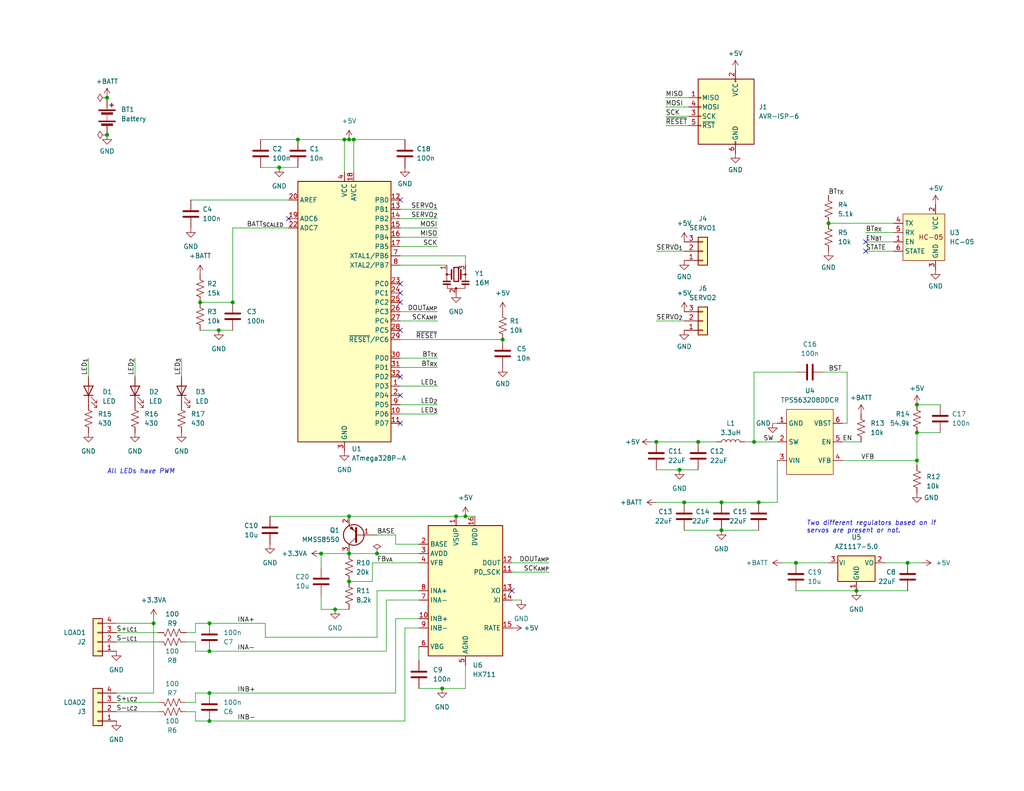
<source format=kicad_sch>
(kicad_sch (version 20250114) (generator "eeschema") (generator_version "9.0")
  (paper "USLetter")
  (title_block (title "Propellor Pitch Control") (date "2023-06-24") (rev "1") (company "HPVDT"))
  (lib_symbols
    (symbol "Analog_ADC:HX711"
      (property "Reference" "U" (at 5.08 21.59 0))
      (property "Value" "HX711" (at 7.62 19.05 0))
      (symbol "HX711_0_1"
        (rectangle (start -10.16 17.78) (end 10.16 -17.78) (stroke (width 0.254)) (fill (type background)))
      )
      (symbol "HX711_1_1"
        (pin passive line (at -12.7 12.7 0) (length 2.54) (name "BASE") (number "2"))
        (pin power_in line (at -12.7 10.16 0) (length 2.54) (name "AVDD") (number "3"))
        (pin input line (at -12.7 7.62 0) (length 2.54) (name "VFB") (number "4"))
        (pin input line (at -12.7 0 0) (length 2.54) (name "INA+") (number "8"))
        (pin input line (at -12.7 -2.54 0) (length 2.54) (name "INA-") (number "7"))
        (pin input line (at -12.7 -7.62 0) (length 2.54) (name "INB+") (number "10"))
        (pin input line (at -12.7 -10.16 0) (length 2.54) (name "INB-") (number "9"))
        (pin passive line (at -12.7 -15.24 0) (length 2.54) (name "VBG") (number "6"))
        (pin power_in line (at -2.54 20.32 270) (length 2.54) (name "VSUP") (number "1"))
        (pin power_in line (at 0 -20.32 90) (length 2.54) (name "AGND") (number "5"))
        (pin power_in line (at 2.54 20.32 270) (length 2.54) (name "DVDD") (number "16"))
        (pin output line (at 12.7 7.62 180) (length 2.54) (name "DOUT") (number "12"))
        (pin input line (at 12.7 5.08 180) (length 2.54) (name "PD_SCK") (number "11"))
        (pin passive line (at 12.7 0 180) (length 2.54) (name "XO") (number "13"))
        (pin passive line (at 12.7 -2.54 180) (length 2.54) (name "XI") (number "14"))
        (pin input line (at 12.7 -10.16 180) (length 2.54) (name "RATE") (number "15"))
      )
    )
    (symbol "Connector:AVR-ISP-6" (pin_names (offset 1.016))
      (property "Reference" "J" (at -6.35 11.43 0))
      (property "Value" "AVR-ISP-6" (at 0 11.43 0))
      (symbol "AVR-ISP-6_0_1"
        (rectangle (start -2.667 10.16) (end -2.413 9.398))
        (rectangle (start -2.667 -6.858) (end -2.413 -7.62))
        (rectangle (start 7.62 10.16) (end -7.62 -7.62) (stroke (width 0.254)) (fill (type background)))
        (rectangle (start 7.62 5.207) (end 6.858 4.953))
        (rectangle (start 7.62 2.667) (end 6.858 2.413))
        (rectangle (start 7.62 0.127) (end 6.858 -0.127))
        (rectangle (start 7.62 -2.413) (end 6.858 -2.667))
      )
      (symbol "AVR-ISP-6_1_1"
        (pin passive line (at -2.54 12.7 270) (length 2.54) (name "VCC") (number "2"))
        (pin passive line (at -2.54 -10.16 90) (length 2.54) (name "GND") (number "6"))
        (pin passive line (at 10.16 5.08 180) (length 2.54) (name "MISO") (number "1"))
        (pin passive line (at 10.16 2.54 180) (length 2.54) (name "MOSI") (number "4"))
        (pin passive line (at 10.16 0 180) (length 2.54) (name "SCK") (number "3"))
        (pin passive line (at 10.16 -2.54 180) (length 2.54) (name "~{RST}") (number "5"))
      )
    )
    (symbol "Connector_Generic:Conn_01x03" (pin_names (offset 1.016) (hide yes))
      (property "Reference" "J" (at 0 5.08 0))
      (property "Value" "Conn_01x03" (at 0 -5.08 0))
      (symbol "Conn_01x03_1_1"
        (rectangle (start -1.27 3.81) (end 1.27 -3.81) (stroke (width 0.254)) (fill (type background)))
        (rectangle (start -1.27 2.667) (end 0 2.413) (stroke (width 0.1524)))
        (rectangle (start -1.27 0.127) (end 0 -0.127) (stroke (width 0.1524)))
        (rectangle (start -1.27 -2.413) (end 0 -2.667) (stroke (width 0.1524)))
        (pin passive line (at -5.08 2.54 0) (length 3.81) (name "Pin_1") (number "1"))
        (pin passive line (at -5.08 0 0) (length 3.81) (name "Pin_2") (number "2"))
        (pin passive line (at -5.08 -2.54 0) (length 3.81) (name "Pin_3") (number "3"))
      )
    )
    (symbol "Connector_Generic:Conn_01x04" (pin_names (offset 1.016) (hide yes))
      (property "Reference" "J" (at 0 5.08 0))
      (property "Value" "Conn_01x04" (at 0 -7.62 0))
      (symbol "Conn_01x04_1_1"
        (rectangle (start -1.27 3.81) (end 1.27 -6.35) (stroke (width 0.254)) (fill (type background)))
        (rectangle (start -1.27 2.667) (end 0 2.413) (stroke (width 0.1524)))
        (rectangle (start -1.27 0.127) (end 0 -0.127) (stroke (width 0.1524)))
        (rectangle (start -1.27 -2.413) (end 0 -2.667) (stroke (width 0.1524)))
        (rectangle (start -1.27 -4.953) (end 0 -5.207) (stroke (width 0.1524)))
        (pin passive line (at -5.08 2.54 0) (length 3.81) (name "Pin_1") (number "1"))
        (pin passive line (at -5.08 0 0) (length 3.81) (name "Pin_2") (number "2"))
        (pin passive line (at -5.08 -2.54 0) (length 3.81) (name "Pin_3") (number "3"))
        (pin passive line (at -5.08 -5.08 0) (length 3.81) (name "Pin_4") (number "4"))
      )
    )
    (symbol "Device:Battery" (pin_numbers (hide yes)) (pin_names (offset 0) (hide yes))
      (property "Reference" "BT" (at 2.54 2.54 0))
      (property "Value" "Battery" (at 2.54 0 0))
      (symbol "Battery_0_1"
        (rectangle (start -2.286 1.778) (end 2.286 1.524) (fill (type outline)))
        (rectangle (start -2.286 -1.27) (end 2.286 -1.524) (fill (type outline)))
        (rectangle (start -1.524 1.016) (end 1.524 0.508) (fill (type outline)))
        (rectangle (start -1.524 -2.032) (end 1.524 -2.54) (fill (type outline)))
        (polyline (pts (xy 0 1.778) (xy 0 2.54)))
        (polyline (pts (xy 0 0) (xy 0 0.254)))
        (polyline (pts (xy 0 -0.508) (xy 0 -0.254)))
        (polyline (pts (xy 0 -1.016) (xy 0 -0.762)))
        (polyline (pts (xy 0.762 3.048) (xy 1.778 3.048)) (stroke (width 0.254)))
        (polyline (pts (xy 1.27 3.556) (xy 1.27 2.54)) (stroke (width 0.254)))
      )
      (symbol "Battery_1_1"
        (pin passive line (at 0 5.08 270) (length 2.54) (name "+") (number "1"))
        (pin passive line (at 0 -5.08 90) (length 2.54) (name "-") (number "2"))
      )
    )
    (symbol "Device:C" (pin_numbers (hide yes)) (pin_names (offset 0.254))
      (property "Reference" "C" (at 0.635 2.54 0))
      (property "Value" "C" (at 0.635 -2.54 0))
      (symbol "C_0_1"
        (polyline (pts (xy -2.032 0.762) (xy 2.032 0.762)) (stroke (width 0.508)))
        (polyline (pts (xy -2.032 -0.762) (xy 2.032 -0.762)) (stroke (width 0.508)))
      )
      (symbol "C_1_1"
        (pin passive line (at 0 3.81 270) (length 2.794) (name "~") (number "1"))
        (pin passive line (at 0 -3.81 90) (length 2.794) (name "~") (number "2"))
      )
    )
    (symbol "Device:L" (pin_numbers (hide yes)) (pin_names (offset 1.016) (hide yes))
      (property "Reference" "L" (at -1.27 0 90))
      (property "Value" "L" (at 1.905 0 90))
      (symbol "L_0_1"
        (arc (start 0 2.54) (mid 0.6323 1.905) (end 0 1.27))
        (arc (start 0 1.27) (mid 0.6323 0.635) (end 0 0))
        (arc (start 0 0) (mid 0.6323 -0.635) (end 0 -1.27))
        (arc (start 0 -1.27) (mid 0.6323 -1.905) (end 0 -2.54))
      )
      (symbol "L_1_1"
        (pin passive line (at 0 3.81 270) (length 1.27) (name "1") (number "1"))
        (pin passive line (at 0 -3.81 90) (length 1.27) (name "2") (number "2"))
      )
    )
    (symbol "Device:LED" (pin_numbers (hide yes)) (pin_names (offset 1.016) (hide yes))
      (property "Reference" "D" (at 0 2.54 0))
      (property "Value" "LED" (at 0 -2.54 0))
      (symbol "LED_0_1"
        (polyline (pts (xy -3.048 -0.762) (xy -4.572 -2.286) (xy -3.81 -2.286) (xy -4.572 -2.286) (xy -4.572 -1.524)))
        (polyline (pts (xy -1.778 -0.762) (xy -3.302 -2.286) (xy -2.54 -2.286) (xy -3.302 -2.286) (xy -3.302 -1.524)))
        (polyline (pts (xy -1.27 0) (xy 1.27 0)))
        (polyline (pts (xy -1.27 -1.27) (xy -1.27 1.27)) (stroke (width 0.254)))
        (polyline (pts (xy 1.27 -1.27) (xy 1.27 1.27) (xy -1.27 0) (xy 1.27 -1.27)) (stroke (width 0.254)))
      )
      (symbol "LED_1_1"
        (pin passive line (at -3.81 0 0) (length 2.54) (name "K") (number "1"))
        (pin passive line (at 3.81 0 180) (length 2.54) (name "A") (number "2"))
      )
    )
    (symbol "Device:Q_PNP_BEC" (pin_names (offset 0) (hide yes))
      (property "Reference" "Q" (at 5.08 1.27 0))
      (property "Value" "Q_PNP_BEC" (at 5.08 -1.27 0))
      (symbol "Q_PNP_BEC_0_1"
        (polyline (pts (xy 0.635 1.905) (xy 0.635 -1.905) (xy 0.635 -1.905)) (stroke (width 0.508)))
        (polyline (pts (xy 0.635 0.635) (xy 2.54 2.54)))
        (polyline (pts (xy 0.635 -0.635) (xy 2.54 -2.54) (xy 2.54 -2.54)))
        (circle (center 1.27 0) (radius 2.8194) (stroke (width 0.254)))
        (polyline (pts (xy 2.286 -1.778) (xy 1.778 -2.286) (xy 1.27 -1.27) (xy 2.286 -1.778) (xy 2.286 -1.778)) (fill (type outline)))
      )
      (symbol "Q_PNP_BEC_1_1"
        (pin input line (at -5.08 0 0) (length 5.715) (name "B") (number "1"))
        (pin passive line (at 2.54 5.08 270) (length 2.54) (name "C") (number "3"))
        (pin passive line (at 2.54 -5.08 90) (length 2.54) (name "E") (number "2"))
      )
    )
    (symbol "Device:R_US" (pin_numbers (hide yes)) (pin_names (offset 0))
      (property "Reference" "R" (at 2.54 0 90))
      (property "Value" "R_US" (at -2.54 0 90))
      (symbol "R_US_0_1"
        (polyline (pts (xy 0 2.286) (xy 0 2.54)))
        (polyline (pts (xy 0 2.286) (xy 1.016 1.905) (xy 0 1.524) (xy -1.016 1.143) (xy 0 0.762)))
        (polyline (pts (xy 0 0.762) (xy 1.016 0.381) (xy 0 0) (xy -1.016 -0.381) (xy 0 -0.762)))
        (polyline (pts (xy 0 -0.762) (xy 1.016 -1.143) (xy 0 -1.524) (xy -1.016 -1.905) (xy 0 -2.286)))
        (polyline (pts (xy 0 -2.286) (xy 0 -2.54)))
      )
      (symbol "R_US_1_1"
        (pin passive line (at 0 3.81 270) (length 1.27) (name "~") (number "1"))
        (pin passive line (at 0 -3.81 90) (length 1.27) (name "~") (number "2"))
      )
    )
    (symbol "Device:Resonator_Small" (pin_names (offset 1.016) (hide yes))
      (property "Reference" "Y" (at 3.175 1.905 0))
      (property "Value" "Resonator_Small" (at 3.175 0 0))
      (symbol "Resonator_Small_0_1"
        (rectangle (start -3.556 -1.778) (end -1.524 -2.032) (fill (type outline)))
        (rectangle (start -3.556 -2.54) (end -1.524 -2.794) (fill (type outline)))
        (polyline (pts (xy -2.54 1.27) (xy -2.54 0)))
        (circle (center -2.54 0) (radius 0.254) (fill (type outline)))
        (polyline (pts (xy -2.54 0) (xy -1.397 0)))
        (polyline (pts (xy -2.54 -1.778) (xy -2.54 0)))
        (polyline (pts (xy -1.27 -1.27) (xy -1.27 1.27)) (stroke (width 0.381)))
        (rectangle (start -0.635 1.905) (end 0.635 -1.905) (stroke (width 0.3048)))
        (circle (center 0 -3.81) (radius 0.254) (fill (type outline)))
        (polyline (pts (xy 1.27 0) (xy 2.54 0)))
        (polyline (pts (xy 1.27 -1.27) (xy 1.27 1.27)) (stroke (width 0.381)))
        (rectangle (start 1.524 -1.778) (end 3.556 -2.032) (fill (type outline)))
        (rectangle (start 1.524 -2.54) (end 3.556 -2.794) (fill (type outline)))
        (polyline (pts (xy 2.413 -2.794) (xy 2.413 -3.81) (xy -2.413 -3.81) (xy -2.413 -2.667)))
        (polyline (pts (xy 2.54 1.27) (xy 2.54 0)))
        (polyline (pts (xy 2.54 0) (xy 2.54 -1.778)))
        (circle (center 2.54 0) (radius 0.254) (fill (type outline)))
      )
      (symbol "Resonator_Small_1_1"
        (pin passive line (at -2.54 2.54 270) (length 1.27) (name "1") (number "1"))
        (pin passive line (at 0 -5.08 90) (length 1.27) (name "2") (number "2"))
        (pin passive line (at 2.54 2.54 270) (length 1.27) (name "3") (number "3"))
      )
    )
    (symbol "HC-05:HC-05"
      (property "Reference" "U" (at 7.62 1.27 0))
      (property "Value" "HC-05" (at 7.62 -1.27 0))
      (symbol "HC-05_1_1"
        (rectangle (start -5.08 6.35) (end 6.35 -6.35) (fill (type background)))
        (text "HC-05" (at 2.54 0 0) (effects (font (size 1.27 1.27))))
        (pin output line (at -7.62 3.81 0) (length 2.54) (name "TX") (number "4"))
        (pin input line (at -7.62 1.27 0) (length 2.54) (name "RX") (number "5"))
        (pin input line (at -7.62 -1.27 0) (length 2.54) (name "EN") (number "1"))
        (pin output line (at -7.62 -3.81 0) (length 2.54) (name "STATE") (number "6"))
        (pin power_in line (at 3.81 8.89 270) (length 2.54) (name "VCC") (number "2"))
        (pin power_in line (at 3.81 -8.89 90) (length 2.54) (name "GND") (number "3"))
      )
    )
    (symbol "MCU_Microchip_ATmega:ATmega328P-A"
      (property "Reference" "U" (at -12.7 36.83 0))
      (property "Value" "ATmega328P-A" (at 2.54 -36.83 0))
      (symbol "ATmega328P-A_0_1"
        (rectangle (start -12.7 -35.56) (end 12.7 35.56) (stroke (width 0.254)) (fill (type background)))
      )
      (symbol "ATmega328P-A_1_1"
        (pin passive line (at -15.24 30.48 0) (length 2.54) (name "AREF") (number "20"))
        (pin input line (at -15.24 25.4 0) (length 2.54) (name "ADC6") (number "19"))
        (pin input line (at -15.24 22.86 0) (length 2.54) (name "ADC7") (number "22"))
        (pin power_in line (at 0 38.1 270) (length 2.54) (name "VCC") (number "4"))
        (pin passive line (at 0 38.1 270) (length 2.54) (hide yes) (name "VCC") (number "6"))
        (pin passive line (at 0 -38.1 90) (length 2.54) (hide yes) (name "GND") (number "21"))
        (pin power_in line (at 0 -38.1 90) (length 2.54) (name "GND") (number "3"))
        (pin passive line (at 0 -38.1 90) (length 2.54) (hide yes) (name "GND") (number "5"))
        (pin power_in line (at 2.54 38.1 270) (length 2.54) (name "AVCC") (number "18"))
        (pin bidirectional line (at 15.24 30.48 180) (length 2.54) (name "PB0") (number "12"))
        (pin bidirectional line (at 15.24 27.94 180) (length 2.54) (name "PB1") (number "13"))
        (pin bidirectional line (at 15.24 25.4 180) (length 2.54) (name "PB2") (number "14"))
        (pin bidirectional line (at 15.24 22.86 180) (length 2.54) (name "PB3") (number "15"))
        (pin bidirectional line (at 15.24 20.32 180) (length 2.54) (name "PB4") (number "16"))
        (pin bidirectional line (at 15.24 17.78 180) (length 2.54) (name "PB5") (number "17"))
        (pin bidirectional line (at 15.24 15.24 180) (length 2.54) (name "XTAL1/PB6") (number "7"))
        (pin bidirectional line (at 15.24 12.7 180) (length 2.54) (name "XTAL2/PB7") (number "8"))
        (pin bidirectional line (at 15.24 7.62 180) (length 2.54) (name "PC0") (number "23"))
        (pin bidirectional line (at 15.24 5.08 180) (length 2.54) (name "PC1") (number "24"))
        (pin bidirectional line (at 15.24 2.54 180) (length 2.54) (name "PC2") (number "25"))
        (pin bidirectional line (at 15.24 0 180) (length 2.54) (name "PC3") (number "26"))
        (pin bidirectional line (at 15.24 -2.54 180) (length 2.54) (name "PC4") (number "27"))
        (pin bidirectional line (at 15.24 -5.08 180) (length 2.54) (name "PC5") (number "28"))
        (pin bidirectional line (at 15.24 -7.62 180) (length 2.54) (name "~{RESET}/PC6") (number "29"))
        (pin bidirectional line (at 15.24 -12.7 180) (length 2.54) (name "PD0") (number "30"))
        (pin bidirectional line (at 15.24 -15.24 180) (length 2.54) (name "PD1") (number "31"))
        (pin bidirectional line (at 15.24 -17.78 180) (length 2.54) (name "PD2") (number "32"))
        (pin bidirectional line (at 15.24 -20.32 180) (length 2.54) (name "PD3") (number "1"))
        (pin bidirectional line (at 15.24 -22.86 180) (length 2.54) (name "PD4") (number "2"))
        (pin bidirectional line (at 15.24 -25.4 180) (length 2.54) (name "PD5") (number "9"))
        (pin bidirectional line (at 15.24 -27.94 180) (length 2.54) (name "PD6") (number "10"))
        (pin bidirectional line (at 15.24 -30.48 180) (length 2.54) (name "PD7") (number "11"))
      )
    )
    (symbol "Regulator_Linear:AZ1117-5.0" (pin_names (offset 0.254))
      (property "Reference" "U" (at -3.81 3.175 0))
      (property "Value" "AZ1117-5.0" (at 0 3.175 0))
      (symbol "AZ1117-5.0_0_1"
        (rectangle (start -5.08 1.905) (end 5.08 -5.08) (stroke (width 0.254)) (fill (type background)))
      )
      (symbol "AZ1117-5.0_1_1"
        (pin power_in line (at -7.62 0 0) (length 2.54) (name "VI") (number "3"))
        (pin power_in line (at 0 -7.62 90) (length 2.54) (name "GND") (number "1"))
        (pin power_out line (at 7.62 0 180) (length 2.54) (name "VO") (number "2"))
      )
    )
    (symbol "Regulators:TPS563208DDCR"
      (property "Reference" "U" (at -5.08 10.16 0))
      (symbol "TPS563208DDCR_0_1"
        (rectangle (start -6.35 8.89) (end 6.35 -8.89) (fill (type background)))
      )
      (symbol "TPS563208DDCR_1_1"
        (pin input line (at -8.89 5.08 0) (length 2.54) (name "GND") (number "1"))
        (pin input line (at -8.89 0 0) (length 2.54) (name "SW") (number "2"))
        (pin input line (at -8.89 -5.08 0) (length 2.54) (name "VIN") (number "3"))
        (pin input line (at 8.89 5.08 180) (length 2.54) (name "VBST") (number "6"))
        (pin input line (at 8.89 0 180) (length 2.54) (name "EN") (number "5"))
        (pin input line (at 8.89 -5.08 180) (length 2.54) (name "VFB") (number "4"))
      )
    )
    (symbol "power:+3.3VA" (power) (pin_names (offset 0))
      (property "Value" "+3.3VA" (at 0 3.556 0))
      (symbol "+3.3VA_0_1"
        (polyline (pts (xy -0.762 1.27) (xy 0 2.54)))
        (polyline (pts (xy 0 2.54) (xy 0.762 1.27)))
        (polyline (pts (xy 0 0) (xy 0 2.54)))
      )
      (symbol "+3.3VA_1_1"
        (pin power_in line (at 0 0 90) (length 0) (hide yes) (name "+3.3VA") (number "1"))
      )
    )
    (symbol "power:+5V" (power) (pin_names (offset 0))
      (property "Value" "+5V" (at 0 3.556 0))
      (symbol "+5V_0_1"
        (polyline (pts (xy -0.762 1.27) (xy 0 2.54)))
        (polyline (pts (xy 0 2.54) (xy 0.762 1.27)))
        (polyline (pts (xy 0 0) (xy 0 2.54)))
      )
      (symbol "+5V_1_1"
        (pin power_in line (at 0 0 90) (length 0) (hide yes) (name "+5V") (number "1"))
      )
    )
    (symbol "power:+BATT" (power) (pin_names (offset 0))
      (property "Value" "+BATT" (at 0 3.556 0))
      (symbol "+BATT_0_1"
        (polyline (pts (xy -0.762 1.27) (xy 0 2.54)))
        (polyline (pts (xy 0 2.54) (xy 0.762 1.27)))
        (polyline (pts (xy 0 0) (xy 0 2.54)))
      )
      (symbol "+BATT_1_1"
        (pin power_in line (at 0 0 90) (length 0) (hide yes) (name "+BATT") (number "1"))
      )
    )
    (symbol "power:GND" (power) (pin_names (offset 0))
      (property "Value" "GND" (at 0 -3.81 0))
      (symbol "GND_0_1"
        (polyline (pts (xy 0 0) (xy 0 -1.27) (xy 1.27 -1.27) (xy 0 -2.54) (xy -1.27 -1.27) (xy 0 -1.27)))
      )
      (symbol "GND_1_1"
        (pin power_in line (at 0 0 270) (length 0) (hide yes) (name "GND") (number "1"))
      )
    )
    (symbol "power:PWR_FLAG" (power) (pin_numbers (hide yes)) (pin_names (offset 0) (hide yes))
      (property "Value" "PWR_FLAG" (at 0 3.81 0))
      (symbol "PWR_FLAG_0_0"
        (pin power_out line (at 0 0 90) (length 0) (name "pwr") (number "1"))
      )
      (symbol "PWR_FLAG_0_1"
        (polyline (pts (xy 0 0) (xy 0 1.27) (xy -1.016 1.905) (xy 0 2.54) (xy 1.016 1.905) (xy 0 1.27)))
      )
    )
  )
  (text "All LEDs have PWM" (at 29.21 129.54 0) (effects (font (size 1.27 1.27) (italic yes)) (justify left bottom)))
  (text_box "Two different regulators based on if servos are present or not." (at 219.075 140.97 0) (size 38.735 5.08) (margins 0.9524 0.9524 0.9524 0.9524) (stroke (width -0.0001)) (effects (font (size 1.27 1.27) (italic yes)) (justify left top)))
  (junction (at 57.15 196.85))
  (junction (at 63.5 82.55))
  (junction (at 95.25 151.13))
  (junction (at 250.19 125.73))
  (junction (at 29.21 26.67))
  (junction (at 95.25 140.97))
  (junction (at 196.85 137.16))
  (junction (at 217.17 153.67))
  (junction (at 57.15 189.23))
  (junction (at 41.91 170.18))
  (junction (at 29.21 36.83))
  (junction (at 120.65 187.96))
  (junction (at 185.42 128.27))
  (junction (at 205.74 120.65))
  (junction (at 95.25 158.75))
  (junction (at 127 140.97))
  (junction (at 54.61 82.55))
  (junction (at 226.06 60.96))
  (junction (at 102.87 151.13))
  (junction (at 190.5 120.65))
  (junction (at 93.98 38.1))
  (junction (at 96.52 38.1))
  (junction (at 186.69 137.16))
  (junction (at 233.68 161.29))
  (junction (at 196.85 144.78))
  (junction (at 59.69 90.17))
  (junction (at 137.16 92.71))
  (junction (at 179.07 120.65))
  (junction (at 95.25 38.1))
  (junction (at 91.44 166.37))
  (junction (at 87.63 151.13))
  (junction (at 207.01 137.16))
  (junction (at 124.46 140.97))
  (junction (at 250.19 118.11))
  (junction (at 57.15 177.8))
  (junction (at 57.15 170.18))
  (junction (at 76.2 45.72))
  (junction (at 247.65 153.67))
  (junction (at 81.28 38.1))
  (junction (at 250.19 110.49))
  (no_connect (at 109.22 115.57))
  (no_connect (at 236.22 66.04))
  (no_connect (at 109.22 80.01))
  (no_connect (at 109.22 54.61))
  (no_connect (at 78.74 59.69))
  (no_connect (at 109.22 102.87))
  (no_connect (at 139.7 161.29))
  (no_connect (at 109.22 77.47))
  (no_connect (at 109.22 107.95))
  (no_connect (at 109.22 90.17))
  (no_connect (at 109.22 82.55))
  (no_connect (at 236.22 68.58))
  (wire (pts (xy 71.12 38.1) (xy 81.28 38.1)))
  (wire (pts (xy 109.22 110.49) (xy 119.38 110.49)))
  (wire (pts (xy 57.15 170.18) (xy 72.39 170.18)))
  (wire (pts (xy 102.87 146.05) (xy 107.95 146.05)))
  (wire (pts (xy 87.63 166.37) (xy 91.44 166.37)))
  (wire (pts (xy 53.34 189.23) (xy 57.15 189.23)))
  (wire (pts (xy 76.2 45.72) (xy 81.28 45.72)))
  (wire (pts (xy 105.41 163.83) (xy 114.3 163.83)))
  (wire (pts (xy 236.22 66.04) (xy 243.84 66.04)))
  (wire (pts (xy 110.49 171.45) (xy 114.3 171.45)))
  (wire (pts (xy 72.39 170.18) (xy 72.39 173.99)))
  (wire (pts (xy 52.07 54.61) (xy 78.74 54.61)))
  (wire (pts (xy 231.14 101.6) (xy 224.79 101.6)))
  (wire (pts (xy 72.39 173.99) (xy 102.87 173.99)))
  (wire (pts (xy 114.3 187.96) (xy 120.65 187.96)))
  (wire (pts (xy 107.95 168.91) (xy 114.3 168.91)))
  (wire (pts (xy 53.34 177.8) (xy 57.15 177.8)))
  (wire (pts (xy 50.8 194.31) (xy 53.34 194.31)))
  (wire (pts (xy 101.6 153.67) (xy 114.3 153.67)))
  (wire (pts (xy 107.95 148.59) (xy 114.3 148.59)))
  (wire (pts (xy 31.75 189.23) (xy 41.91 189.23)))
  (wire (pts (xy 95.25 140.97) (xy 124.46 140.97)))
  (wire (pts (xy 241.3 153.67) (xy 247.65 153.67)))
  (wire (pts (xy 57.15 177.8) (xy 105.41 177.8)))
  (wire (pts (xy 179.07 120.65) (xy 190.5 120.65)))
  (wire (pts (xy 53.34 175.26) (xy 53.34 177.8)))
  (wire (pts (xy 53.34 191.77) (xy 53.34 189.23)))
  (wire (pts (xy 87.63 151.13) (xy 95.25 151.13)))
  (wire (pts (xy 181.61 29.21) (xy 187.96 29.21)))
  (wire (pts (xy 109.22 64.77) (xy 119.38 64.77)))
  (wire (pts (xy 217.17 153.67) (xy 226.06 153.67)))
  (wire (pts (xy 93.98 38.1) (xy 93.98 46.99)))
  (wire (pts (xy 53.34 196.85) (xy 57.15 196.85)))
  (wire (pts (xy 73.66 140.97) (xy 95.25 140.97)))
  (wire (pts (xy 124.46 140.97) (xy 127 140.97)))
  (wire (pts (xy 196.85 144.78) (xy 207.01 144.78)))
  (wire (pts (xy 96.52 38.1) (xy 96.52 46.99)))
  (wire (pts (xy 190.5 120.65) (xy 195.58 120.65)))
  (wire (pts (xy 41.91 168.91) (xy 41.91 170.18)))
  (wire (pts (xy 36.83 97.79) (xy 36.83 102.87)))
  (wire (pts (xy 50.8 175.26) (xy 53.34 175.26)))
  (wire (pts (xy 50.8 191.77) (xy 53.34 191.77)))
  (wire (pts (xy 109.22 85.09) (xy 119.38 85.09)))
  (wire (pts (xy 229.87 120.65) (xy 234.95 120.65)))
  (wire (pts (xy 41.91 189.23) (xy 41.91 170.18)))
  (wire (pts (xy 63.5 62.23) (xy 78.74 62.23)))
  (wire (pts (xy 139.7 156.21) (xy 149.86 156.21)))
  (wire (pts (xy 54.61 90.17) (xy 59.69 90.17)))
  (wire (pts (xy 127 140.97) (xy 129.54 140.97)))
  (wire (pts (xy 102.87 173.99) (xy 102.87 161.29)))
  (wire (pts (xy 114.3 180.34) (xy 114.3 176.53)))
  (wire (pts (xy 181.61 31.75) (xy 187.96 31.75)))
  (wire (pts (xy 205.74 120.65) (xy 212.09 120.65)))
  (wire (pts (xy 87.63 154.94) (xy 87.63 151.13)))
  (wire (pts (xy 185.42 128.27) (xy 190.5 128.27)))
  (wire (pts (xy 127 181.61) (xy 127 187.96)))
  (wire (pts (xy 91.44 166.37) (xy 95.25 166.37)))
  (wire (pts (xy 31.75 194.31) (xy 43.18 194.31)))
  (wire (pts (xy 250.19 125.73) (xy 229.87 125.73)))
  (wire (pts (xy 53.34 172.72) (xy 53.34 170.18)))
  (wire (pts (xy 109.22 69.85) (xy 127 69.85)))
  (wire (pts (xy 181.61 34.29) (xy 187.96 34.29)))
  (wire (pts (xy 101.6 153.67) (xy 101.6 158.75)))
  (wire (pts (xy 50.8 172.72) (xy 53.34 172.72)))
  (wire (pts (xy 236.22 63.5) (xy 243.84 63.5)))
  (wire (pts (xy 24.13 97.79) (xy 24.13 102.87)))
  (wire (pts (xy 109.22 100.33) (xy 119.38 100.33)))
  (wire (pts (xy 186.69 137.16) (xy 196.85 137.16)))
  (wire (pts (xy 95.25 38.1) (xy 96.52 38.1)))
  (wire (pts (xy 109.22 113.03) (xy 119.38 113.03)))
  (wire (pts (xy 233.68 161.29) (xy 247.65 161.29)))
  (wire (pts (xy 247.65 153.67) (xy 251.46 153.67)))
  (wire (pts (xy 186.69 144.78) (xy 196.85 144.78)))
  (wire (pts (xy 109.22 92.71) (xy 137.16 92.71)))
  (wire (pts (xy 57.15 196.85) (xy 110.49 196.85)))
  (wire (pts (xy 179.07 68.58) (xy 186.69 68.58)))
  (wire (pts (xy 105.41 177.8) (xy 105.41 163.83)))
  (wire (pts (xy 217.17 161.29) (xy 233.68 161.29)))
  (wire (pts (xy 205.74 101.6) (xy 205.74 120.65)))
  (wire (pts (xy 63.5 82.55) (xy 54.61 82.55)))
  (wire (pts (xy 31.75 191.77) (xy 43.18 191.77)))
  (wire (pts (xy 31.75 172.72) (xy 43.18 172.72)))
  (wire (pts (xy 212.09 137.16) (xy 212.09 125.73)))
  (wire (pts (xy 59.69 90.17) (xy 63.5 90.17)))
  (wire (pts (xy 179.07 128.27) (xy 185.42 128.27)))
  (wire (pts (xy 93.98 38.1) (xy 95.25 38.1)))
  (wire (pts (xy 217.17 101.6) (xy 205.74 101.6)))
  (wire (pts (xy 179.07 137.16) (xy 186.69 137.16)))
  (wire (pts (xy 109.22 105.41) (xy 119.38 105.41)))
  (wire (pts (xy 196.85 137.16) (xy 207.01 137.16)))
  (wire (pts (xy 120.65 187.96) (xy 127 187.96)))
  (wire (pts (xy 110.49 196.85) (xy 110.49 171.45)))
  (wire (pts (xy 212.09 115.57) (xy 210.82 115.57)))
  (wire (pts (xy 107.95 146.05) (xy 107.95 148.59)))
  (wire (pts (xy 226.06 60.96) (xy 243.84 60.96)))
  (wire (pts (xy 57.15 189.23) (xy 107.95 189.23)))
  (wire (pts (xy 127 69.85) (xy 127 72.39)))
  (wire (pts (xy 53.34 196.85) (xy 53.34 194.31)))
  (wire (pts (xy 139.7 163.83) (xy 142.24 163.83)))
  (wire (pts (xy 213.36 153.67) (xy 217.17 153.67)))
  (wire (pts (xy 63.5 62.23) (xy 63.5 82.55)))
  (wire (pts (xy 96.52 38.1) (xy 110.49 38.1)))
  (wire (pts (xy 179.07 87.63) (xy 186.69 87.63)))
  (wire (pts (xy 109.22 57.15) (xy 119.38 57.15)))
  (wire (pts (xy 250.19 118.11) (xy 250.19 125.73)))
  (wire (pts (xy 109.22 59.69) (xy 119.38 59.69)))
  (wire (pts (xy 256.54 118.11) (xy 250.19 118.11)))
  (wire (pts (xy 31.75 175.26) (xy 43.18 175.26)))
  (wire (pts (xy 139.7 153.67) (xy 149.86 153.67)))
  (wire (pts (xy 102.87 161.29) (xy 114.3 161.29)))
  (wire (pts (xy 81.28 38.1) (xy 93.98 38.1)))
  (wire (pts (xy 76.2 45.72) (xy 71.12 45.72)))
  (wire (pts (xy 203.2 120.65) (xy 205.74 120.65)))
  (wire (pts (xy 177.8 120.65) (xy 179.07 120.65)))
  (wire (pts (xy 236.22 68.58) (xy 243.84 68.58)))
  (wire (pts (xy 109.22 87.63) (xy 119.38 87.63)))
  (wire (pts (xy 231.14 115.57) (xy 229.87 115.57)))
  (wire (pts (xy 181.61 26.67) (xy 187.96 26.67)))
  (wire (pts (xy 109.22 97.79) (xy 119.38 97.79)))
  (wire (pts (xy 101.6 158.75) (xy 95.25 158.75)))
  (wire (pts (xy 53.34 170.18) (xy 57.15 170.18)))
  (wire (pts (xy 95.25 151.13) (xy 102.87 151.13)))
  (wire (pts (xy 49.53 97.79) (xy 49.53 102.87)))
  (wire (pts (xy 31.75 170.18) (xy 41.91 170.18)))
  (wire (pts (xy 250.19 127) (xy 250.19 125.73)))
  (wire (pts (xy 231.14 115.57) (xy 231.14 101.6)))
  (wire (pts (xy 107.95 189.23) (xy 107.95 168.91)))
  (wire (pts (xy 102.87 151.13) (xy 114.3 151.13)))
  (wire (pts (xy 87.63 166.37) (xy 87.63 162.56)))
  (wire (pts (xy 207.01 137.16) (xy 212.09 137.16)))
  (wire (pts (xy 250.19 110.49) (xy 256.54 110.49)))
  (wire (pts (xy 109.22 62.23) (xy 119.38 62.23)))
  (wire (pts (xy 109.22 67.31) (xy 119.38 67.31)))
  (wire (pts (xy 109.22 72.39) (xy 121.92 72.39)))
  (label "INA-" (at 64.77 177.8 0))
  (label "FB_{VA}" (at 102.87 153.67 0))
  (label "BATT_{SCALED}" (at 67.31 62.23 0))
  (label "SCK" (at 119.38 67.31 180))
  (label "S-_{LC1}" (at 31.75 175.26 0))
  (label "BT_{TX}" (at 119.38 97.79 180))
  (label "EN" (at 229.87 120.65 0))
  (label "SCK_{AMP}" (at 119.38 87.63 180))
  (label "S+_{LC1}" (at 31.75 172.72 0))
  (label "SERVO_{2}" (at 179.07 87.63 0))
  (label "SERVO_{2}" (at 119.38 59.69 180))
  (label "BT_{RX}" (at 236.22 63.5 0))
  (label "S-_{LC2}" (at 31.75 194.31 0))
  (label "~{RESET}" (at 181.61 34.29 0))
  (label "STATE" (at 236.22 68.58 0))
  (label "INA+" (at 64.77 170.18 0))
  (label "LED_{1}" (at 24.13 97.79 270))
  (label "DOUT_{AMP}" (at 149.86 153.67 180))
  (label "BST" (at 226.06 101.6 0))
  (label "VFB" (at 234.95 125.73 0))
  (label "LED_{3}" (at 119.38 113.03 180))
  (label "LED_{1}" (at 119.38 105.41 180))
  (label "SW" (at 208.28 120.65 0))
  (label "SERVO_{1}" (at 179.07 68.58 0))
  (label "EN_{BT}" (at 236.22 66.04 0))
  (label "~{RESET}" (at 119.38 92.71 180))
  (label "SCK" (at 181.61 31.75 0))
  (label "BASE" (at 102.87 146.05 0))
  (label "DOUT_{AMP}" (at 119.38 85.09 180))
  (label "BT_{TX}" (at 226.06 53.34 0))
  (label "S+_{LC2}" (at 31.75 191.77 0))
  (label "SERVO_{1}" (at 119.38 57.15 180))
  (label "MOSI" (at 119.38 62.23 180))
  (label "LED_{3}" (at 49.53 97.79 270))
  (label "MOSI" (at 181.61 29.21 0))
  (label "SCK_{AMP}" (at 149.86 156.21 180))
  (label "MISO" (at 181.61 26.67 0))
  (label "MISO" (at 119.38 64.77 180))
  (label "LED_{2}" (at 119.38 110.49 180))
  (label "LED_{2}" (at 36.83 97.79 270))
  (label "BT_{RX}" (at 119.38 100.33 180))
  (label "INB-" (at 64.77 196.85 0))
  (label "INB+" (at 64.77 189.23 0))
  (symbol (lib_id "Device:C") (at 87.63 158.75 0) (mirror x) (unit 1)
    (property "Reference" "C20" (at 84.455 157.48 0) (effects (justify right)))
    (property "Value" "10u" (at 84.455 160.02 0) (effects (justify right)))
    (property "Footprint" "Capacitor_SMD:C_0805_2012Metric" (effects (hide yes)))
  )
  (symbol (lib_id "Device:R_US") (at 46.99 194.31 90) (mirror x) (unit 1)
    (property "Reference" "R6" (at 46.99 199.39 90))
    (property "Value" "100" (at 46.99 196.85 90))
    (property "Footprint" "Resistor_SMD:R_0603_1608Metric" (effects (hide yes)))
  )
  (symbol (lib_id "power:+5V") (at 186.69 66.04 0) (unit 1)
    (property "Reference" "#PWR04" (effects (hide yes)))
    (property "Value" "+5V" (at 186.69 60.96 0))
  )
  (symbol (lib_id "Device:R_US") (at 54.61 78.74 0) (unit 1)
    (property "Reference" "R2" (at 56.515 77.47 0) (effects (justify left)))
    (property "Value" "15k" (at 56.515 80.01 0) (effects (justify left)))
    (property "Footprint" "Resistor_SMD:R_0603_1608Metric" (effects (hide yes)))
  )
  (symbol (lib_id "Device:R_US") (at 24.13 114.3 0) (unit 1)
    (property "Reference" "R15" (at 26.67 113.03 0) (effects (justify left)))
    (property "Value" "430" (at 26.67 115.57 0) (effects (justify left)))
    (property "Footprint" "Resistor_SMD:R_0603_1608Metric" (effects (hide yes)))
  )
  (symbol (lib_id "power:+BATT") (at 54.61 74.93 0) (unit 1)
    (property "Reference" "#PWR018" (effects (hide yes)))
    (property "Value" "+BATT" (at 54.61 69.85 0))
  )
  (symbol (lib_id "power:GND") (at 29.21 36.83 0) (unit 1)
    (property "Reference" "#PWR011" (effects (hide yes)))
    (property "Value" "GND" (at 29.21 41.275 0))
  )
  (symbol (lib_id "power:PWR_FLAG") (at 102.87 151.13 0) (unit 1)
    (property "Reference" "#FLG03" (effects (hide yes)))
    (property "Value" "PWR_FLAG" (effects (hide yes)))
  )
  (symbol (lib_id "Connector_Generic:Conn_01x03") (at 191.77 68.58 0) (mirror x) (unit 1)
    (property "Reference" "J4" (at 191.77 59.69 0))
    (property "Value" "SERVO1" (at 191.77 62.23 0))
    (property "Footprint" "Connector_JST:JST_EH_B3B-EH-A_1x03_P2.50mm_Vertical" (effects (hide yes)))
  )
  (symbol (lib_id "power:GND") (at 124.46 80.01 0) (unit 1)
    (property "Reference" "#PWR09" (effects (hide yes)))
    (property "Value" "GND" (at 124.46 85.09 0))
  )
  (symbol (lib_id "Device:R_US") (at 226.06 64.77 0) (unit 1)
    (property "Reference" "R5" (at 228.6 63.5 0) (effects (justify left)))
    (property "Value" "10k" (at 228.6 66.04 0) (effects (justify left)))
    (property "Footprint" "Resistor_SMD:R_0603_1608Metric" (effects (hide yes)))
  )
  (symbol (lib_id "Device:Battery") (at 29.21 31.75 0) (unit 1) (in_bom no)
    (property "Reference" "BT1" (at 33.02 29.9085 0) (effects (justify left)))
    (property "Value" "Battery" (at 33.02 32.4485 0) (effects (justify left)))
    (property "Footprint" "Connector_Wire:SolderWire-1.5sqmm_1x02_P6mm_D1.7mm_OD3mm_Relief" (effects (hide yes)))
  )
  (symbol (lib_id "Connector_Generic:Conn_01x04") (at 26.67 175.26 180) (unit 1) (in_bom no)
    (property "Reference" "J2" (at 23.495 175.26 0) (effects (justify left)))
    (property "Value" "LOAD1" (at 23.495 172.72 0) (effects (justify left)))
    (property "Footprint" "Connector_PinHeader_2.54mm:PinHeader_1x04_P2.54mm_Vertical" (effects (hide yes)))
  )
  (symbol (lib_id "Device:R_US") (at 46.99 172.72 90) (mirror x) (unit 1)
    (property "Reference" "R9" (at 46.99 170.18 90))
    (property "Value" "100" (at 46.99 167.64 90))
    (property "Footprint" "Resistor_SMD:R_0603_1608Metric" (effects (hide yes)))
  )
  (symbol (lib_id "power:GND") (at 91.44 166.37 0) (mirror y) (unit 1)
    (property "Reference" "#PWR039" (effects (hide yes)))
    (property "Value" "GND" (at 91.44 171.45 0))
  )
  (symbol (lib_id "Connector_Generic:Conn_01x03") (at 191.77 87.63 0) (mirror x) (unit 1)
    (property "Reference" "J6" (at 191.77 78.74 0))
    (property "Value" "SERVO2" (at 191.77 81.28 0))
    (property "Footprint" "Connector_JST:JST_EH_B3B-EH-A_1x03_P2.50mm_Vertical" (effects (hide yes)))
  )
  (symbol (lib_id "power:+5V") (at 251.46 153.67 270) (unit 1)
    (property "Reference" "#PWR035" (effects (hide yes)))
    (property "Value" "+5V" (at 255.27 153.67 90) (effects (justify left)))
  )
  (symbol (lib_id "power:+BATT") (at 213.36 153.67 90) (unit 1)
    (property "Reference" "#PWR034" (effects (hide yes)))
    (property "Value" "+BATT" (at 209.55 153.67 90) (effects (justify left)))
  )
  (symbol (lib_id "Device:R_US") (at 46.99 175.26 90) (mirror x) (unit 1)
    (property "Reference" "R8" (at 46.99 180.34 90))
    (property "Value" "100" (at 46.99 177.8 90))
    (property "Footprint" "Resistor_SMD:R_0603_1608Metric" (effects (hide yes)))
  )
  (symbol (lib_id "power:PWR_FLAG") (at 29.21 26.67 90) (unit 1)
    (property "Reference" "#FLG01" (effects (hide yes)))
    (property "Value" "PWR_FLAG" (effects (hide yes)))
  )
  (symbol (lib_id "Device:R_US") (at 250.19 114.3 0) (unit 1)
    (property "Reference" "R14" (at 248.285 113.03 0) (effects (justify right)))
    (property "Value" "54.9k" (at 248.285 115.57 0) (effects (justify right)))
    (property "Footprint" "Resistor_SMD:R_0603_1608Metric" (effects (hide yes)))
  )
  (symbol (lib_id "power:GND") (at 226.06 68.58 0) (unit 1)
    (property "Reference" "#PWR023" (effects (hide yes)))
    (property "Value" "GND" (at 226.06 73.025 0))
  )
  (symbol (lib_id "power:+BATT") (at 29.21 26.67 0) (unit 1)
    (property "Reference" "#PWR010" (effects (hide yes)))
    (property "Value" "+BATT" (at 29.21 22.225 0))
  )
  (symbol (lib_id "Device:R_US") (at 250.19 130.81 180) (unit 1)
    (property "Reference" "R12" (at 252.73 130.175 0) (effects (justify right)))
    (property "Value" "10k" (at 252.73 132.715 0) (effects (justify right)))
    (property "Footprint" "Resistor_SMD:R_0603_1608Metric" (effects (hide yes)))
  )
  (symbol (lib_id "power:+3.3VA") (at 87.63 151.13 90) (unit 1)
    (property "Reference" "#PWR07" (effects (hide yes)))
    (property "Value" "+3.3VA" (at 83.82 151.13 90) (effects (justify left)))
  )
  (symbol (lib_id "Device:R_US") (at 95.25 154.94 0) (unit 1)
    (property "Reference" "R10" (at 97.155 153.67 0) (effects (justify left)))
    (property "Value" "20k" (at 97.155 156.21 0) (effects (justify left)))
    (property "Footprint" "Resistor_SMD:R_0603_1608Metric" (effects (hide yes)))
  )
  (symbol (lib_id "Device:LED") (at 36.83 106.68 90) (unit 1)
    (property "Reference" "D2" (at 40.64 106.9975 90) (effects (justify right)))
    (property "Value" "LED" (at 40.64 109.5375 90) (effects (justify right)))
    (property "Footprint" "LED_SMD:LED_0805_2012Metric" (effects (hide yes)))
  )
  (symbol (lib_id "power:GND") (at 24.13 118.11 0) (unit 1)
    (property "Reference" "#PWR043" (effects (hide yes)))
    (property "Value" "GND" (at 24.13 123.19 0))
  )
  (symbol (lib_id "Device:R_US") (at 54.61 86.36 0) (unit 1)
    (property "Reference" "R3" (at 56.515 85.09 0) (effects (justify left)))
    (property "Value" "10k" (at 56.515 87.63 0) (effects (justify left)))
    (property "Footprint" "Resistor_SMD:R_0603_1608Metric" (effects (hide yes)))
  )
  (symbol (lib_id "power:+5V") (at 137.16 85.09 0) (unit 1)
    (property "Reference" "#PWR033" (effects (hide yes)))
    (property "Value" "+5V" (at 137.16 80.01 0))
  )
  (symbol (lib_id "Device:R_US") (at 36.83 114.3 0) (unit 1)
    (property "Reference" "R16" (at 39.37 113.03 0) (effects (justify left)))
    (property "Value" "430" (at 39.37 115.57 0) (effects (justify left)))
    (property "Footprint" "Resistor_SMD:R_0603_1608Metric" (effects (hide yes)))
  )
  (symbol (lib_id "power:GND") (at 200.66 41.91 0) (mirror y) (unit 1)
    (property "Reference" "#PWR027" (effects (hide yes)))
    (property "Value" "GND" (at 200.66 46.355 0))
  )
  (symbol (lib_id "power:+5V") (at 186.69 85.09 0) (unit 1)
    (property "Reference" "#PWR05" (effects (hide yes)))
    (property "Value" "+5V" (at 186.69 80.01 0))
  )
  (symbol (lib_id "power:+3.3VA") (at 41.91 168.91 0) (unit 1)
    (property "Reference" "#PWR06" (effects (hide yes)))
    (property "Value" "+3.3VA" (at 41.91 163.83 0))
  )
  (symbol (lib_id "power:GND") (at 233.68 161.29 0) (unit 1)
    (property "Reference" "#PWR031" (effects (hide yes)))
    (property "Value" "GND" (at 233.68 166.37 0))
  )
  (symbol (lib_id "Device:C") (at 190.5 124.46 180) (unit 1)
    (property "Reference" "C12" (at 193.675 123.19 0) (effects (justify right)))
    (property "Value" "22uF" (at 193.675 125.73 0) (effects (justify right)))
    (property "Footprint" "Capacitor_SMD:C_0805_2012Metric" (effects (hide yes)))
  )
  (symbol (lib_id "Device:Q_PNP_BEC") (at 97.79 146.05 180) (unit 1)
    (property "Reference" "Q1" (at 92.71 144.78 0) (effects (justify left)))
    (property "Value" "MMSS8550" (at 92.71 147.32 0) (effects (justify left)))
    (property "Footprint" "Package_TO_SOT_SMD:SOT-23" (effects (hide yes)))
    (property "Datasheet" "`" (effects (hide yes)))
  )
  (symbol (lib_id "Connector:AVR-ISP-6") (at 198.12 31.75 0) (mirror y) (unit 1)
    (property "Reference" "J1" (at 207.01 29.21 0) (effects (justify right)))
    (property "Value" "AVR-ISP-6" (at 207.01 31.75 0) (effects (justify right)))
    (property "Footprint" "Connector_IDC:IDC-Header_2x03_P2.54mm_Vertical_SMD" (effects (hide yes)))
    (property "Datasheet" " ~" (effects (hide yes)))
  )
  (symbol (lib_id "power:+5V") (at 95.25 38.1 0) (unit 1)
    (property "Reference" "#PWR032" (effects (hide yes)))
    (property "Value" "+5V" (at 95.25 33.02 0))
  )
  (symbol (lib_id "power:GND") (at 142.24 163.83 0) (mirror y) (unit 1)
    (property "Reference" "#PWR038" (effects (hide yes)))
    (property "Value" "GND" (at 142.24 168.91 0))
  )
  (symbol (lib_id "Device:R_US") (at 46.99 191.77 90) (mirror x) (unit 1)
    (property "Reference" "R7" (at 46.99 189.23 90))
    (property "Value" "100" (at 46.99 186.69 90))
    (property "Footprint" "Resistor_SMD:R_0603_1608Metric" (effects (hide yes)))
  )
  (symbol (lib_id "Device:C") (at 179.07 124.46 180) (unit 1)
    (property "Reference" "C11" (at 182.245 123.19 0) (effects (justify right)))
    (property "Value" "22uF" (at 182.245 125.73 0) (effects (justify right)))
    (property "Footprint" "Capacitor_SMD:C_0805_2012Metric" (effects (hide yes)))
  )
  (symbol (lib_id "Device:C") (at 256.54 114.3 180) (unit 1)
    (property "Reference" "C17" (at 259.715 113.03 0) (effects (justify right)))
    (property "Value" "100n" (at 259.715 115.57 0) (effects (justify right)))
    (property "Footprint" "Capacitor_SMD:C_0805_2012Metric" (effects (hide yes)))
  )
  (symbol (lib_id "Device:C") (at 57.15 173.99 0) (mirror x) (unit 1)
    (property "Reference" "C7" (at 60.96 175.26 0) (effects (justify left)))
    (property "Value" "100n" (at 60.96 172.72 0) (effects (justify left)))
    (property "Footprint" "Capacitor_SMD:C_0603_1608Metric" (effects (hide yes)))
  )
  (symbol (lib_id "Device:C") (at 247.65 157.48 180) (unit 1)
    (property "Reference" "C8" (at 244.475 156.21 0) (effects (justify left)))
    (property "Value" "22uF" (at 244.475 158.75 0) (effects (justify left)))
    (property "Footprint" "Capacitor_SMD:C_0805_2012Metric" (effects (hide yes)))
  )
  (symbol (lib_id "power:GND") (at 31.75 177.8 0) (unit 1)
    (property "Reference" "#PWR02" (effects (hide yes)))
    (property "Value" "GND" (at 31.75 182.88 0))
  )
  (symbol (lib_id "power:+5V") (at 139.7 171.45 270) (unit 1)
    (property "Reference" "#PWR037" (effects (hide yes)))
    (property "Value" "+5V" (at 142.875 171.45 90) (effects (justify left)))
  )
  (symbol (lib_id "Device:C") (at 52.07 58.42 0) (unit 1)
    (property "Reference" "C4" (at 55.245 57.15 0) (effects (justify left)))
    (property "Value" "100n" (at 55.245 59.69 0) (effects (justify left)))
    (property "Footprint" "Capacitor_SMD:C_0603_1608Metric" (effects (hide yes)))
  )
  (symbol (lib_id "Device:L") (at 199.39 120.65 90) (unit 1)
    (property "Reference" "L1" (at 199.39 115.57 90))
    (property "Value" "3.3uH" (at 199.39 118.11 90))
    (property "Footprint" "Inductor_SMD:L_Taiyo-Yuden_NR-60xx" (effects (hide yes)))
  )
  (symbol (lib_id "power:GND") (at 76.2 45.72 0) (unit 1)
    (property "Reference" "#PWR013" (effects (hide yes)))
    (property "Value" "GND" (at 76.2 50.8 0))
  )
  (symbol (lib_id "Device:R_US") (at 234.95 116.84 180) (unit 1)
    (property "Reference" "R13" (at 237.49 115.57 0) (effects (justify right)))
    (property "Value" "10k" (at 237.49 118.11 0) (effects (justify right)))
    (property "Footprint" "Resistor_SMD:R_0603_1608Metric" (effects (hide yes)))
  )
  (symbol (lib_id "Device:C") (at 137.16 96.52 0) (unit 1)
    (property "Reference" "C5" (at 140.97 95.25 0) (effects (justify left)))
    (property "Value" "10n" (at 140.97 97.79 0) (effects (justify left)))
    (property "Footprint" "Capacitor_SMD:C_0603_1608Metric" (effects (hide yes)))
  )
  (symbol (lib_id "Device:C") (at 63.5 86.36 0) (unit 1)
    (property "Reference" "C3" (at 67.31 85.09 0) (effects (justify left)))
    (property "Value" "100n" (at 67.31 87.63 0) (effects (justify left)))
    (property "Footprint" "Capacitor_SMD:C_0603_1608Metric" (effects (hide yes)))
  )
  (symbol (lib_id "Device:C") (at 186.69 140.97 180) (unit 1)
    (property "Reference" "C13" (at 183.515 139.7 0) (effects (justify left)))
    (property "Value" "22uF" (at 183.515 142.24 0) (effects (justify left)))
    (property "Footprint" "Capacitor_SMD:C_0805_2012Metric" (effects (hide yes)))
  )
  (symbol (lib_id "power:GND") (at 59.69 90.17 0) (unit 1)
    (property "Reference" "#PWR017" (effects (hide yes)))
    (property "Value" "GND" (at 59.69 95.25 0))
  )
  (symbol (lib_id "power:GND") (at 185.42 128.27 0) (unit 1)
    (property "Reference" "#PWR014" (effects (hide yes)))
    (property "Value" "GND" (at 185.42 133.35 0))
  )
  (symbol (lib_id "Device:C") (at 220.98 101.6 90) (unit 1)
    (property "Reference" "C16" (at 220.98 93.98 90))
    (property "Value" "100n" (at 220.98 96.52 90))
    (property "Footprint" "Capacitor_SMD:C_0805_2012Metric" (effects (hide yes)))
  )
  (symbol (lib_id "MCU_Microchip_ATmega:ATmega328P-A") (at 93.98 85.09 0) (unit 1)
    (property "Reference" "U1" (at 95.9359 122.555 0) (effects (justify left)))
    (property "Value" "ATmega328P-A" (at 95.9359 125.095 0) (effects (justify left)))
    (property "Footprint" "Package_QFP:TQFP-32_7x7mm_P0.8mm" (effects (hide yes)))
    (property "Datasheet" "http://ww1.microchip.com/downloads/en/DeviceDoc/ATmega328_P%20AVR%20MCU%20with%20picoPower%20Technology%20Data%20Sheet%2040001984A.pdf" (effects (hide yes)))
  )
  (symbol (lib_id "Device:R_US") (at 226.06 57.15 0) (unit 1)
    (property "Reference" "R4" (at 228.6 55.88 0) (effects (justify left)))
    (property "Value" "5.1k" (at 228.6 58.42 0) (effects (justify left)))
    (property "Footprint" "Resistor_SMD:R_0603_1608Metric" (effects (hide yes)))
  )
  (symbol (lib_id "Regulators:TPS563208DDCR") (at 220.98 120.65 0) (unit 1)
    (property "Reference" "U4" (at 220.98 106.68 0))
    (property "Value" "TPS563208DDCR" (at 220.98 109.22 0))
    (property "Footprint" "Package_TO_SOT_SMD:TSOT-23-6" (effects (hide yes)))
  )
  (symbol (lib_id "power:GND") (at 186.69 71.12 0) (unit 1)
    (property "Reference" "#PWR03" (effects (hide yes)))
    (property "Value" "GND" (at 186.69 75.565 0))
  )
  (symbol (lib_id "power:+5V") (at 177.8 120.65 90) (unit 1)
    (property "Reference" "#PWR012" (effects (hide yes)))
    (property "Value" "+5V" (at 174.625 120.65 90) (effects (justify left)))
  )
  (symbol (lib_id "power:GND") (at 110.49 45.72 0) (unit 1)
    (property "Reference" "#PWR030" (effects (hide yes)))
    (property "Value" "GND" (at 110.49 50.165 0))
  )
  (symbol (lib_id "power:GND") (at 31.75 196.85 0) (unit 1)
    (property "Reference" "#PWR01" (effects (hide yes)))
    (property "Value" "GND" (at 31.75 201.93 0))
  )
  (symbol (lib_id "Device:C") (at 71.12 41.91 0) (unit 1)
    (property "Reference" "C2" (at 74.295 40.64 0) (effects (justify left)))
    (property "Value" "100n" (at 74.295 43.18 0) (effects (justify left)))
    (property "Footprint" "Capacitor_SMD:C_0603_1608Metric" (effects (hide yes)))
  )
  (symbol (lib_id "power:GND") (at 93.98 123.19 0) (unit 1)
    (property "Reference" "#PWR08" (effects (hide yes)))
    (property "Value" "GND" (at 93.98 128.27 0))
  )
  (symbol (lib_id "Device:LED") (at 24.13 106.68 90) (unit 1)
    (property "Reference" "D1" (at 27.94 106.9975 90) (effects (justify right)))
    (property "Value" "LED" (at 27.94 109.5375 90) (effects (justify right)))
    (property "Footprint" "LED_SMD:LED_0805_2012Metric" (effects (hide yes)))
  )
  (symbol (lib_id "Device:C") (at 196.85 140.97 180) (unit 1)
    (property "Reference" "C14" (at 193.675 139.7 0) (effects (justify left)))
    (property "Value" "22uF" (at 193.675 142.24 0) (effects (justify left)))
    (property "Footprint" "Capacitor_SMD:C_0805_2012Metric" (effects (hide yes)))
  )
  (symbol (lib_id "Device:C") (at 110.49 41.91 0) (unit 1)
    (property "Reference" "C18" (at 113.665 40.64 0) (effects (justify left)))
    (property "Value" "100n" (at 113.665 43.18 0) (effects (justify left)))
    (property "Footprint" "Capacitor_SMD:C_0603_1608Metric" (effects (hide yes)))
  )
  (symbol (lib_id "power:GND") (at 137.16 100.33 0) (unit 1)
    (property "Reference" "#PWR029" (effects (hide yes)))
    (property "Value" "GND" (at 137.16 104.775 0))
  )
  (symbol (lib_id "power:+5V") (at 200.66 19.05 0) (mirror y) (unit 1)
    (property "Reference" "#PWR026" (effects (hide yes)))
    (property "Value" "+5V" (at 200.66 14.605 0))
  )
  (symbol (lib_id "power:PWR_FLAG") (at 29.21 36.83 90) (unit 1)
    (property "Reference" "#FLG02" (effects (hide yes)))
    (property "Value" "PWR_FLAG" (effects (hide yes)))
  )
  (symbol (lib_id "power:+5V") (at 127 140.97 0) (unit 1)
    (property "Reference" "#PWR036" (effects (hide yes)))
    (property "Value" "+5V" (at 127 135.89 0))
  )
  (symbol (lib_id "Device:R_US") (at 137.16 88.9 0) (unit 1)
    (property "Reference" "R1" (at 139.065 87.63 0) (effects (justify left)))
    (property "Value" "10k" (at 139.065 90.17 0) (effects (justify left)))
    (property "Footprint" "Resistor_SMD:R_0603_1608Metric" (effects (hide yes)))
  )
  (symbol (lib_id "Device:R_US") (at 95.25 162.56 0) (unit 1)
    (property "Reference" "R11" (at 97.155 161.29 0) (effects (justify left)))
    (property "Value" "8.2k" (at 97.155 163.83 0) (effects (justify left)))
    (property "Footprint" "Resistor_SMD:R_0603_1608Metric" (effects (hide yes)))
  )
  (symbol (lib_id "Connector_Generic:Conn_01x04") (at 26.67 194.31 180) (unit 1) (in_bom no)
    (property "Reference" "J3" (at 23.495 194.31 0) (effects (justify left)))
    (property "Value" "LOAD2" (at 23.495 191.77 0) (effects (justify left)))
    (property "Footprint" "Connector_PinHeader_2.54mm:PinHeader_1x04_P2.54mm_Vertical" (effects (hide yes)))
  )
  (symbol (lib_id "power:+BATT") (at 234.95 113.03 0) (unit 1)
    (property "Reference" "#PWR020" (effects (hide yes)))
    (property "Value" "+BATT" (at 234.95 108.585 0))
  )
  (symbol (lib_id "power:GND") (at 36.83 118.11 0) (unit 1)
    (property "Reference" "#PWR044" (effects (hide yes)))
    (property "Value" "GND" (at 36.83 123.19 0))
  )
  (symbol (lib_id "Device:LED") (at 49.53 106.68 90) (unit 1)
    (property "Reference" "D3" (at 53.34 106.9975 90) (effects (justify right)))
    (property "Value" "LED" (at 53.34 109.5375 90) (effects (justify right)))
    (property "Footprint" "LED_SMD:LED_0805_2012Metric" (effects (hide yes)))
  )
  (symbol (lib_id "Device:Resonator_Small") (at 124.46 74.93 0) (unit 1)
    (property "Reference" "Y1" (at 129.54 74.6633 0) (effects (justify left)))
    (property "Value" "16M" (at 129.54 77.2033 0) (effects (justify left)))
    (property "Footprint" "Crystal:Resonator_SMD_Murata_CSTxExxV-3Pin_3.0x1.1mm" (effects (hide yes)))
  )
  (symbol (lib_id "Device:C") (at 207.01 140.97 180) (unit 1)
    (property "Reference" "C15" (at 203.835 139.7 0) (effects (justify left)))
    (property "Value" "22uF" (at 203.835 142.24 0) (effects (justify left)))
    (property "Footprint" "Capacitor_SMD:C_0805_2012Metric" (effects (hide yes)))
  )
  (symbol (lib_id "Device:R_US") (at 49.53 114.3 0) (unit 1)
    (property "Reference" "R17" (at 52.07 113.03 0) (effects (justify left)))
    (property "Value" "430" (at 52.07 115.57 0) (effects (justify left)))
    (property "Footprint" "Resistor_SMD:R_0603_1608Metric" (effects (hide yes)))
  )
  (symbol (lib_id "Device:C") (at 114.3 184.15 180) (unit 1)
    (property "Reference" "C9" (at 118.11 182.88 0) (effects (justify right)))
    (property "Value" "100n" (at 118.11 185.42 0) (effects (justify right)))
    (property "Footprint" "Capacitor_SMD:C_0603_1608Metric" (effects (hide yes)))
  )
  (symbol (lib_id "Analog_ADC:HX711") (at 127 161.29 0) (unit 1)
    (property "Reference" "U6" (at 128.9559 181.61 0) (effects (justify left)))
    (property "Value" "HX711" (at 128.9559 184.15 0) (effects (justify left)))
    (property "Footprint" "Package_SO:SOP-16_3.9x9.9mm_P1.27mm" (effects (hide yes)))
    (property "Datasheet" "https://cdn.sparkfun.com/datasheets/Sensors/ForceFlex/hx711_english.pdf" (effects (hide yes)))
  )
  (symbol (lib_id "power:GND") (at 186.69 90.17 0) (unit 1)
    (property "Reference" "#PWR042" (effects (hide yes)))
    (property "Value" "GND" (at 186.69 94.615 0))
  )
  (symbol (lib_id "Device:C") (at 73.66 144.78 0) (mirror x) (unit 1)
    (property "Reference" "C10" (at 70.485 143.51 0) (effects (justify right)))
    (property "Value" "10u" (at 70.485 146.05 0) (effects (justify right)))
    (property "Footprint" "Capacitor_SMD:C_0805_2012Metric" (effects (hide yes)))
  )
  (symbol (lib_id "power:GND") (at 73.66 148.59 0) (mirror y) (unit 1)
    (property "Reference" "#PWR040" (effects (hide yes)))
    (property "Value" "GND" (at 73.66 153.67 0))
  )
  (symbol (lib_id "power:+BATT") (at 179.07 137.16 90) (unit 1)
    (property "Reference" "#PWR021" (effects (hide yes)))
    (property "Value" "+BATT" (at 175.26 137.16 90) (effects (justify left)))
  )
  (symbol (lib_id "power:+5V") (at 255.27 55.88 0) (unit 1)
    (property "Reference" "#PWR025" (effects (hide yes)))
    (property "Value" "+5V" (at 255.27 51.435 0))
  )
  (symbol (lib_id "power:GND") (at 255.27 73.66 0) (unit 1)
    (property "Reference" "#PWR024" (effects (hide yes)))
    (property "Value" "GND" (at 255.27 78.105 0))
  )
  (symbol (lib_id "power:GND") (at 52.07 62.23 0) (unit 1)
    (property "Reference" "#PWR028" (effects (hide yes)))
    (property "Value" "GND" (at 52.07 67.31 0))
  )
  (symbol (lib_id "HC-05:HC-05") (at 251.46 64.77 0) (unit 1)
    (property "Reference" "U3" (at 259.08 63.5 0) (effects (justify left)))
    (property "Value" "HC-05" (at 259.08 66.04 0) (effects (justify left)))
    (property "Footprint" "Connector_PinHeader_2.54mm:PinHeader_1x06_P2.54mm_Vertical" (effects (hide yes)))
  )
  (symbol (lib_id "power:+5V") (at 250.19 110.49 0) (unit 1)
    (property "Reference" "#PWR019" (effects (hide yes)))
    (property "Value" "+5V" (at 250.19 106.045 0))
  )
  (symbol (lib_id "power:GND") (at 120.65 187.96 0) (mirror y) (unit 1)
    (property "Reference" "#PWR041" (effects (hide yes)))
    (property "Value" "GND" (at 120.65 193.04 0))
  )
  (symbol (lib_id "power:GND") (at 210.82 115.57 0) (unit 1)
    (property "Reference" "#PWR015" (effects (hide yes)))
    (property "Value" "GND" (at 208.28 115.57 0))
  )
  (symbol (lib_id "Device:C") (at 81.28 41.91 0) (unit 1)
    (property "Reference" "C1" (at 84.455 40.64 0) (effects (justify left)))
    (property "Value" "10n" (at 84.455 43.18 0) (effects (justify left)))
    (property "Footprint" "Capacitor_SMD:C_0603_1608Metric" (effects (hide yes)))
  )
  (symbol (lib_id "Regulator_Linear:AZ1117-5.0") (at 233.68 153.67 0) (unit 1)
    (property "Reference" "U5" (at 233.68 146.685 0))
    (property "Value" "AZ1117-5.0" (at 233.68 149.225 0))
    (property "Footprint" "Package_TO_SOT_SMD:SOT-223-3_TabPin2" (effects (hide yes)))
    (property "Datasheet" "https://www.diodes.com/assets/Datasheets/AZ1117.pdf" (effects (hide yes)))
  )
  (symbol (lib_id "power:GND") (at 250.19 134.62 0) (unit 1)
    (property "Reference" "#PWR016" (effects (hide yes)))
    (property "Value" "GND" (at 252.095 135.89 0) (effects (justify left)))
  )
  (symbol (lib_id "power:GND") (at 196.85 144.78 0) (unit 1)
    (property "Reference" "#PWR022" (effects (hide yes)))
    (property "Value" "GND" (at 196.85 149.86 0))
  )
  (symbol (lib_id "Device:C") (at 217.17 157.48 180) (unit 1)
    (property "Reference" "C19" (at 220.345 156.21 0) (effects (justify right)))
    (property "Value" "10u" (at 220.345 158.75 0) (effects (justify right)))
    (property "Footprint" "Capacitor_SMD:C_0805_2012Metric" (effects (hide yes)))
  )
  (symbol (lib_id "Device:C") (at 57.15 193.04 0) (mirror x) (unit 1)
    (property "Reference" "C6" (at 60.96 194.31 0) (effects (justify left)))
    (property "Value" "100n" (at 60.96 191.77 0) (effects (justify left)))
    (property "Footprint" "Capacitor_SMD:C_0603_1608Metric" (effects (hide yes)))
  )
  (symbol (lib_id "power:GND") (at 49.53 118.11 0) (unit 1)
    (property "Reference" "#PWR045" (effects (hide yes)))
    (property "Value" "GND" (at 49.53 123.19 0))
  )
)
</source>
